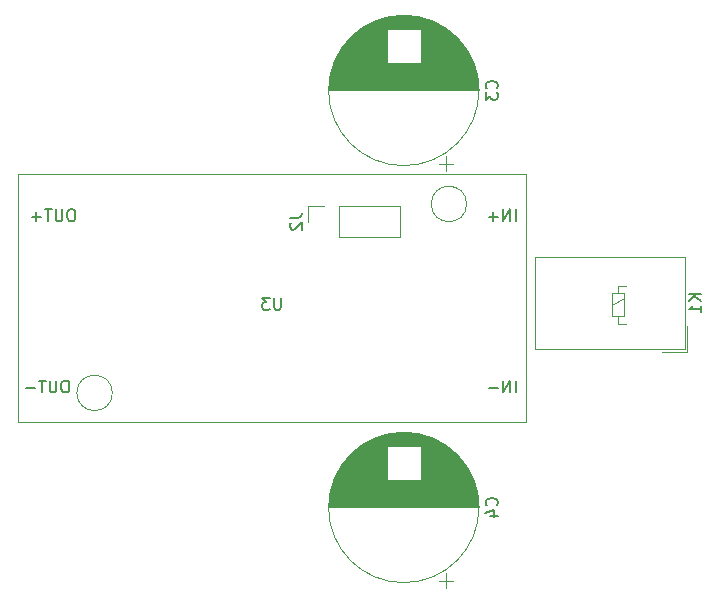
<source format=gbo>
G04 #@! TF.GenerationSoftware,KiCad,Pcbnew,(6.0.11)*
G04 #@! TF.CreationDate,2023-01-31T15:57:48+09:00*
G04 #@! TF.ProjectId,kick-drib-20230121,6b69636b-2d64-4726-9962-2d3230323330,V2.0*
G04 #@! TF.SameCoordinates,PX73bce80PY7ffbac0*
G04 #@! TF.FileFunction,Legend,Bot*
G04 #@! TF.FilePolarity,Positive*
%FSLAX46Y46*%
G04 Gerber Fmt 4.6, Leading zero omitted, Abs format (unit mm)*
G04 Created by KiCad (PCBNEW (6.0.11)) date 2023-01-31 15:57:48*
%MOMM*%
%LPD*%
G01*
G04 APERTURE LIST*
%ADD10C,0.150000*%
%ADD11C,0.120000*%
G04 APERTURE END LIST*
D10*
X52053142Y22204667D02*
X52100761Y22252286D01*
X52148380Y22395143D01*
X52148380Y22490381D01*
X52100761Y22633239D01*
X52005523Y22728477D01*
X51910285Y22776096D01*
X51719809Y22823715D01*
X51576952Y22823715D01*
X51386476Y22776096D01*
X51291238Y22728477D01*
X51196000Y22633239D01*
X51148380Y22490381D01*
X51148380Y22395143D01*
X51196000Y22252286D01*
X51243619Y22204667D01*
X51481714Y21347524D02*
X52148380Y21347524D01*
X51100761Y21585620D02*
X51815047Y21823715D01*
X51815047Y21204667D01*
X33781904Y39779820D02*
X33781904Y38970296D01*
X33734285Y38875058D01*
X33686666Y38827439D01*
X33591428Y38779820D01*
X33400952Y38779820D01*
X33305714Y38827439D01*
X33258095Y38875058D01*
X33210476Y38970296D01*
X33210476Y39779820D01*
X32829523Y39779820D02*
X32210476Y39779820D01*
X32543809Y39398867D01*
X32400952Y39398867D01*
X32305714Y39351248D01*
X32258095Y39303629D01*
X32210476Y39208391D01*
X32210476Y38970296D01*
X32258095Y38875058D01*
X32305714Y38827439D01*
X32400952Y38779820D01*
X32686666Y38779820D01*
X32781904Y38827439D01*
X32829523Y38875058D01*
X15639047Y32779820D02*
X15448571Y32779820D01*
X15353333Y32732200D01*
X15258095Y32636962D01*
X15210476Y32446486D01*
X15210476Y32113153D01*
X15258095Y31922677D01*
X15353333Y31827439D01*
X15448571Y31779820D01*
X15639047Y31779820D01*
X15734285Y31827439D01*
X15829523Y31922677D01*
X15877142Y32113153D01*
X15877142Y32446486D01*
X15829523Y32636962D01*
X15734285Y32732200D01*
X15639047Y32779820D01*
X14781904Y32779820D02*
X14781904Y31970296D01*
X14734285Y31875058D01*
X14686666Y31827439D01*
X14591428Y31779820D01*
X14400952Y31779820D01*
X14305714Y31827439D01*
X14258095Y31875058D01*
X14210476Y31970296D01*
X14210476Y32779820D01*
X13877142Y32779820D02*
X13305714Y32779820D01*
X13591428Y31779820D02*
X13591428Y32779820D01*
X12972380Y32160772D02*
X12210476Y32160772D01*
X53662857Y31779820D02*
X53662857Y32779820D01*
X53186666Y31779820D02*
X53186666Y32779820D01*
X52615238Y31779820D01*
X52615238Y32779820D01*
X52139047Y32160772D02*
X51377142Y32160772D01*
X53662857Y46279820D02*
X53662857Y47279820D01*
X53186666Y46279820D02*
X53186666Y47279820D01*
X52615238Y46279820D01*
X52615238Y47279820D01*
X52139047Y46660772D02*
X51377142Y46660772D01*
X51758095Y46279820D02*
X51758095Y47041724D01*
X16139047Y47279820D02*
X15948571Y47279820D01*
X15853333Y47232200D01*
X15758095Y47136962D01*
X15710476Y46946486D01*
X15710476Y46613153D01*
X15758095Y46422677D01*
X15853333Y46327439D01*
X15948571Y46279820D01*
X16139047Y46279820D01*
X16234285Y46327439D01*
X16329523Y46422677D01*
X16377142Y46613153D01*
X16377142Y46946486D01*
X16329523Y47136962D01*
X16234285Y47232200D01*
X16139047Y47279820D01*
X15281904Y47279820D02*
X15281904Y46470296D01*
X15234285Y46375058D01*
X15186666Y46327439D01*
X15091428Y46279820D01*
X14900952Y46279820D01*
X14805714Y46327439D01*
X14758095Y46375058D01*
X14710476Y46470296D01*
X14710476Y47279820D01*
X14377142Y47279820D02*
X13805714Y47279820D01*
X14091428Y46279820D02*
X14091428Y47279820D01*
X13472380Y46660772D02*
X12710476Y46660772D01*
X13091428Y46279820D02*
X13091428Y47041724D01*
X69331880Y40071096D02*
X68331880Y40071096D01*
X69331880Y39499667D02*
X68760452Y39928239D01*
X68331880Y39499667D02*
X68903309Y40071096D01*
X69331880Y38547286D02*
X69331880Y39118715D01*
X69331880Y38833000D02*
X68331880Y38833000D01*
X68474738Y38928239D01*
X68569976Y39023477D01*
X68617595Y39118715D01*
X52053142Y57510667D02*
X52100761Y57558286D01*
X52148380Y57701143D01*
X52148380Y57796381D01*
X52100761Y57939239D01*
X52005523Y58034477D01*
X51910285Y58082096D01*
X51719809Y58129715D01*
X51576952Y58129715D01*
X51386476Y58082096D01*
X51291238Y58034477D01*
X51196000Y57939239D01*
X51148380Y57796381D01*
X51148380Y57701143D01*
X51196000Y57558286D01*
X51243619Y57510667D01*
X51148380Y57177334D02*
X51148380Y56558286D01*
X51529333Y56891620D01*
X51529333Y56748762D01*
X51576952Y56653524D01*
X51624571Y56605905D01*
X51719809Y56558286D01*
X51957904Y56558286D01*
X52053142Y56605905D01*
X52100761Y56653524D01*
X52148380Y56748762D01*
X52148380Y57034477D01*
X52100761Y57129715D01*
X52053142Y57177334D01*
X34562380Y46565534D02*
X35276666Y46565534D01*
X35419523Y46613153D01*
X35514761Y46708391D01*
X35562380Y46851248D01*
X35562380Y46946486D01*
X34657619Y46136962D02*
X34610000Y46089343D01*
X34562380Y45994105D01*
X34562380Y45756010D01*
X34610000Y45660772D01*
X34657619Y45613153D01*
X34752857Y45565534D01*
X34848095Y45565534D01*
X34990952Y45613153D01*
X35562380Y46184581D01*
X35562380Y45565534D01*
D11*
X50163000Y24159000D02*
X38229000Y24159000D01*
X42756000Y26639000D02*
X39829000Y26639000D01*
X50441000Y23079000D02*
X37951000Y23079000D01*
X42756000Y26719000D02*
X39914000Y26719000D01*
X42756000Y26799000D02*
X40002000Y26799000D01*
X49818000Y24959000D02*
X45636000Y24959000D01*
X50041000Y24479000D02*
X45636000Y24479000D01*
X42756000Y24599000D02*
X38403000Y24599000D01*
X49935000Y24719000D02*
X45636000Y24719000D01*
X42756000Y24919000D02*
X38554000Y24919000D01*
X42756000Y26959000D02*
X40189000Y26959000D01*
X42756000Y25559000D02*
X38926000Y25559000D01*
X50434000Y23119000D02*
X37958000Y23119000D01*
X42756000Y24439000D02*
X38335000Y24439000D01*
X49776000Y25039000D02*
X45636000Y25039000D01*
X49797000Y24999000D02*
X45636000Y24999000D01*
X48724000Y26479000D02*
X45636000Y26479000D01*
X49664000Y25239000D02*
X45636000Y25239000D01*
X50454000Y22999000D02*
X37938000Y22999000D01*
X42756000Y26519000D02*
X39707000Y26519000D01*
X49439000Y25599000D02*
X45636000Y25599000D01*
X42756000Y24359000D02*
X38303000Y24359000D01*
X47265000Y27599000D02*
X41127000Y27599000D01*
X47771000Y15220918D02*
X47771000Y16470918D01*
X44953000Y28359000D02*
X43439000Y28359000D01*
X47117000Y27679000D02*
X41275000Y27679000D01*
X49838000Y24919000D02*
X45636000Y24919000D01*
X42756000Y26439000D02*
X39629000Y26439000D01*
X42756000Y24799000D02*
X38494000Y24799000D01*
X48103000Y27039000D02*
X45636000Y27039000D01*
X42756000Y27159000D02*
X40446000Y27159000D01*
X49518000Y25479000D02*
X45636000Y25479000D01*
X50427000Y23159000D02*
X37965000Y23159000D01*
X49298000Y25799000D02*
X45636000Y25799000D01*
X50177000Y24119000D02*
X38215000Y24119000D01*
X48153000Y26999000D02*
X45636000Y26999000D01*
X50476000Y22839000D02*
X37916000Y22839000D01*
X47040000Y27719000D02*
X41352000Y27719000D01*
X50523000Y22238000D02*
X37869000Y22238000D01*
X50255000Y23879000D02*
X38137000Y23879000D01*
X49048000Y26119000D02*
X45636000Y26119000D01*
X50460000Y22959000D02*
X37932000Y22959000D01*
X42756000Y25679000D02*
X39008000Y25679000D01*
X42756000Y25999000D02*
X39246000Y25999000D01*
X48801000Y26399000D02*
X45636000Y26399000D01*
X47836000Y27239000D02*
X40556000Y27239000D01*
X42756000Y24759000D02*
X38475000Y24759000D01*
X50290000Y23759000D02*
X38102000Y23759000D01*
X50481000Y22799000D02*
X37911000Y22799000D01*
X48203000Y26959000D02*
X45636000Y26959000D01*
X42756000Y24999000D02*
X38595000Y24999000D01*
X46296000Y28039000D02*
X42096000Y28039000D01*
X50024000Y24519000D02*
X45636000Y24519000D01*
X49568000Y25399000D02*
X45636000Y25399000D01*
X49710000Y25159000D02*
X45636000Y25159000D01*
X49989000Y24599000D02*
X45636000Y24599000D01*
X49327000Y25759000D02*
X45636000Y25759000D01*
X49356000Y25719000D02*
X45636000Y25719000D01*
X42756000Y24719000D02*
X38457000Y24719000D01*
X49114000Y26039000D02*
X45636000Y26039000D01*
X49384000Y25679000D02*
X45636000Y25679000D01*
X49641000Y25279000D02*
X45636000Y25279000D01*
X42756000Y26559000D02*
X39747000Y26559000D01*
X45924000Y28159000D02*
X42468000Y28159000D01*
X45779000Y28199000D02*
X42613000Y28199000D01*
X42756000Y25199000D02*
X38705000Y25199000D01*
X49081000Y26079000D02*
X45636000Y26079000D01*
X46877000Y27799000D02*
X41515000Y27799000D01*
X48910000Y26279000D02*
X45636000Y26279000D01*
X50388000Y23359000D02*
X38004000Y23359000D01*
X49858000Y24879000D02*
X45636000Y24879000D01*
X50230000Y23959000D02*
X38162000Y23959000D01*
X42756000Y27119000D02*
X40392000Y27119000D01*
X42756000Y26479000D02*
X39668000Y26479000D01*
X42756000Y25359000D02*
X38799000Y25359000D01*
X50312000Y23679000D02*
X38080000Y23679000D01*
X50135000Y24239000D02*
X38257000Y24239000D01*
X42756000Y25639000D02*
X38980000Y25639000D01*
X50516000Y22398000D02*
X37876000Y22398000D01*
X42756000Y24679000D02*
X38438000Y24679000D01*
X47720000Y27319000D02*
X40672000Y27319000D01*
X47660000Y27359000D02*
X40732000Y27359000D01*
X42756000Y25519000D02*
X38900000Y25519000D01*
X50502000Y22598000D02*
X37890000Y22598000D01*
X50362000Y23479000D02*
X38030000Y23479000D01*
X49466000Y25559000D02*
X45636000Y25559000D01*
X49898000Y24799000D02*
X45636000Y24799000D01*
X42756000Y24839000D02*
X38514000Y24839000D01*
X47946000Y27159000D02*
X45636000Y27159000D01*
X46180000Y28079000D02*
X42212000Y28079000D01*
X50352000Y23519000D02*
X38040000Y23519000D01*
X48344000Y26839000D02*
X45636000Y26839000D01*
X48874000Y26319000D02*
X45636000Y26319000D01*
X46405000Y27999000D02*
X41987000Y27999000D01*
X42756000Y26919000D02*
X40141000Y26919000D01*
X50524000Y22198000D02*
X37868000Y22198000D01*
X48390000Y26799000D02*
X45636000Y26799000D01*
X49754000Y25079000D02*
X45636000Y25079000D01*
X42756000Y25479000D02*
X38874000Y25479000D01*
X47892000Y27199000D02*
X45636000Y27199000D01*
X50104000Y24319000D02*
X38288000Y24319000D01*
X48396000Y15845918D02*
X47146000Y15845918D01*
X42756000Y24959000D02*
X38574000Y24959000D01*
X42756000Y25719000D02*
X39036000Y25719000D01*
X50420000Y23199000D02*
X37972000Y23199000D01*
X42756000Y26239000D02*
X39446000Y26239000D01*
X50191000Y24079000D02*
X38201000Y24079000D01*
X49917000Y24759000D02*
X45636000Y24759000D01*
X50508000Y22518000D02*
X37884000Y22518000D01*
X50486000Y22759000D02*
X37906000Y22759000D01*
X46057000Y28119000D02*
X42335000Y28119000D01*
X50498000Y22638000D02*
X37894000Y22638000D01*
X50412000Y23239000D02*
X37980000Y23239000D01*
X42756000Y25879000D02*
X39153000Y25879000D01*
X50149000Y24199000D02*
X38243000Y24199000D01*
X46700000Y27879000D02*
X41692000Y27879000D01*
X49269000Y25839000D02*
X45636000Y25839000D01*
X50526000Y22078000D02*
X37866000Y22078000D01*
X42756000Y27039000D02*
X40289000Y27039000D01*
X42756000Y25279000D02*
X38751000Y25279000D01*
X49412000Y25639000D02*
X45636000Y25639000D01*
X42756000Y25599000D02*
X38953000Y25599000D01*
X50505000Y22558000D02*
X37887000Y22558000D01*
X49208000Y25919000D02*
X45636000Y25919000D01*
X49617000Y25319000D02*
X45636000Y25319000D01*
X50267000Y23839000D02*
X38125000Y23839000D01*
X42756000Y26679000D02*
X39871000Y26679000D01*
X50380000Y23399000D02*
X38012000Y23399000D01*
X50342000Y23559000D02*
X38050000Y23559000D01*
X48298000Y26879000D02*
X45636000Y26879000D01*
X42756000Y26319000D02*
X39518000Y26319000D01*
X47535000Y27439000D02*
X40857000Y27439000D01*
X42756000Y26079000D02*
X39311000Y26079000D01*
X45618000Y28239000D02*
X42774000Y28239000D01*
X42756000Y25039000D02*
X38616000Y25039000D01*
X42756000Y25319000D02*
X38775000Y25319000D01*
X47598000Y27399000D02*
X40794000Y27399000D01*
X42756000Y26119000D02*
X39344000Y26119000D01*
X50448000Y23039000D02*
X37944000Y23039000D01*
X48521000Y26679000D02*
X45636000Y26679000D01*
X48838000Y26359000D02*
X45636000Y26359000D01*
X47192000Y27639000D02*
X41200000Y27639000D01*
X49687000Y25199000D02*
X45636000Y25199000D01*
X47471000Y27479000D02*
X40921000Y27479000D01*
X49146000Y25999000D02*
X45636000Y25999000D01*
X50514000Y22438000D02*
X37878000Y22438000D01*
X46508000Y27959000D02*
X41884000Y27959000D01*
X47404000Y27519000D02*
X40988000Y27519000D01*
X49492000Y25519000D02*
X45636000Y25519000D01*
X42756000Y25119000D02*
X38660000Y25119000D01*
X50243000Y23919000D02*
X38149000Y23919000D01*
X50007000Y24559000D02*
X45636000Y24559000D01*
X48478000Y26719000D02*
X45636000Y26719000D01*
X49015000Y26159000D02*
X45636000Y26159000D01*
X50204000Y24039000D02*
X38188000Y24039000D01*
X50511000Y22478000D02*
X37881000Y22478000D01*
X42756000Y25399000D02*
X38824000Y25399000D01*
X50120000Y24279000D02*
X38272000Y24279000D01*
X42756000Y26199000D02*
X39411000Y26199000D01*
X42756000Y26039000D02*
X39278000Y26039000D01*
X42756000Y26359000D02*
X39554000Y26359000D01*
X42756000Y25759000D02*
X39065000Y25759000D01*
X42756000Y26399000D02*
X39591000Y26399000D01*
X42756000Y25159000D02*
X38682000Y25159000D01*
X50371000Y23439000D02*
X38021000Y23439000D01*
X50279000Y23799000D02*
X38113000Y23799000D01*
X50520000Y22318000D02*
X37872000Y22318000D01*
X42756000Y25839000D02*
X39123000Y25839000D01*
X49593000Y25359000D02*
X45636000Y25359000D01*
X48563000Y26639000D02*
X45636000Y26639000D01*
X50522000Y22278000D02*
X37870000Y22278000D01*
X42756000Y24559000D02*
X38385000Y24559000D01*
X42756000Y25439000D02*
X38849000Y25439000D01*
X50518000Y22358000D02*
X37874000Y22358000D01*
X42756000Y26999000D02*
X40239000Y26999000D01*
X42756000Y26159000D02*
X39377000Y26159000D01*
X45224000Y28319000D02*
X43168000Y28319000D01*
X48434000Y26759000D02*
X45636000Y26759000D01*
X42756000Y26839000D02*
X40048000Y26839000D01*
X47779000Y27279000D02*
X40613000Y27279000D01*
X42756000Y26279000D02*
X39482000Y26279000D01*
X47336000Y27559000D02*
X41056000Y27559000D01*
X50301000Y23719000D02*
X38091000Y23719000D01*
X42756000Y25079000D02*
X38638000Y25079000D01*
X46960000Y27759000D02*
X41432000Y27759000D01*
X42756000Y24639000D02*
X38420000Y24639000D01*
X48946000Y26239000D02*
X45636000Y26239000D01*
X49178000Y25959000D02*
X45636000Y25959000D01*
X42756000Y26599000D02*
X39788000Y26599000D01*
X42756000Y24479000D02*
X38351000Y24479000D01*
X50471000Y22879000D02*
X37921000Y22879000D01*
X50073000Y24399000D02*
X45636000Y24399000D01*
X50333000Y23599000D02*
X38059000Y23599000D01*
X48052000Y27079000D02*
X45636000Y27079000D01*
X48000000Y27119000D02*
X45636000Y27119000D01*
X42756000Y26879000D02*
X40094000Y26879000D01*
X49543000Y25439000D02*
X45636000Y25439000D01*
X48685000Y26519000D02*
X45636000Y26519000D01*
X49954000Y24679000D02*
X45636000Y24679000D01*
X50494000Y22678000D02*
X37898000Y22678000D01*
X42756000Y25239000D02*
X38728000Y25239000D01*
X46606000Y27919000D02*
X41786000Y27919000D01*
X50525000Y22158000D02*
X37867000Y22158000D01*
X50526000Y22038000D02*
X37866000Y22038000D01*
X48645000Y26559000D02*
X45636000Y26559000D01*
X42756000Y24399000D02*
X38319000Y24399000D01*
X50465000Y22919000D02*
X37927000Y22919000D01*
X50217000Y23999000D02*
X38175000Y23999000D01*
X48251000Y26919000D02*
X45636000Y26919000D01*
X42756000Y24519000D02*
X38368000Y24519000D01*
X42756000Y25959000D02*
X39214000Y25959000D01*
X50089000Y24359000D02*
X45636000Y24359000D01*
X45437000Y28279000D02*
X42955000Y28279000D01*
X42756000Y25799000D02*
X39094000Y25799000D01*
X42756000Y24879000D02*
X38534000Y24879000D01*
X48763000Y26439000D02*
X45636000Y26439000D01*
X48981000Y26199000D02*
X45636000Y26199000D01*
X42756000Y25919000D02*
X39184000Y25919000D01*
X49239000Y25879000D02*
X45636000Y25879000D01*
X50490000Y22718000D02*
X37902000Y22718000D01*
X49732000Y25119000D02*
X45636000Y25119000D01*
X50397000Y23319000D02*
X37995000Y23319000D01*
X49972000Y24639000D02*
X45636000Y24639000D01*
X50057000Y24439000D02*
X45636000Y24439000D01*
X42756000Y27199000D02*
X40500000Y27199000D01*
X46790000Y27839000D02*
X41602000Y27839000D01*
X50526000Y22118000D02*
X37866000Y22118000D01*
X42756000Y26759000D02*
X39958000Y26759000D01*
X48604000Y26599000D02*
X45636000Y26599000D01*
X42756000Y27079000D02*
X40340000Y27079000D01*
X49878000Y24839000D02*
X45636000Y24839000D01*
X44513000Y28399000D02*
X43879000Y28399000D01*
X50322000Y23639000D02*
X38070000Y23639000D01*
X50405000Y23279000D02*
X37987000Y23279000D01*
X50566000Y22038000D02*
G75*
G03*
X50566000Y22038000I-6370000J0D01*
G01*
X54520000Y29232200D02*
X54520000Y50232200D01*
X54520000Y50232200D02*
X11520000Y50232200D01*
X11520000Y29232200D02*
X54520000Y29232200D01*
X11520000Y50232200D02*
X11520000Y29232200D01*
X49520000Y47732200D02*
G75*
G03*
X49520000Y47732200I-1500000J0D01*
G01*
X19520000Y31732200D02*
G75*
G03*
X19520000Y31732200I-1500000J0D01*
G01*
X62869500Y40160000D02*
X62869500Y38255000D01*
X68179500Y35233000D02*
X68179500Y37433000D01*
X67979500Y43233000D02*
X55279500Y43233000D01*
X62361500Y37595000D02*
X62361500Y38255000D01*
X66079500Y35233000D02*
X68179500Y35233000D01*
X55279500Y35433000D02*
X67979500Y35433000D01*
X55279500Y43233000D02*
X55279500Y35433000D01*
X62869500Y40160000D02*
X61853500Y40160000D01*
X61853500Y38255000D02*
X61853500Y40160000D01*
X62869500Y38255000D02*
X61853500Y38255000D01*
X62361500Y40795000D02*
X62361500Y40160000D01*
X62996500Y37595000D02*
X62361500Y37595000D01*
X62996500Y40795000D02*
X62361500Y40795000D01*
X67979500Y35433000D02*
X67979500Y43233000D01*
X62869500Y39779000D02*
X61853500Y39144000D01*
X50191000Y59385000D02*
X38201000Y59385000D01*
X42756000Y59665000D02*
X38303000Y59665000D01*
X49015000Y61465000D02*
X45636000Y61465000D01*
X49146000Y61305000D02*
X45636000Y61305000D01*
X50024000Y59825000D02*
X45636000Y59825000D01*
X42756000Y59985000D02*
X38438000Y59985000D01*
X50508000Y57824000D02*
X37884000Y57824000D01*
X42756000Y61145000D02*
X39123000Y61145000D01*
X46790000Y63145000D02*
X41602000Y63145000D01*
X50301000Y59025000D02*
X38091000Y59025000D01*
X50230000Y59265000D02*
X38162000Y59265000D01*
X42756000Y61065000D02*
X39065000Y61065000D01*
X46700000Y63185000D02*
X41692000Y63185000D01*
X50412000Y58545000D02*
X37980000Y58545000D01*
X49641000Y60585000D02*
X45636000Y60585000D01*
X50516000Y57704000D02*
X37876000Y57704000D01*
X50322000Y58945000D02*
X38070000Y58945000D01*
X49710000Y60465000D02*
X45636000Y60465000D01*
X45224000Y63625000D02*
X43168000Y63625000D01*
X49114000Y61345000D02*
X45636000Y61345000D01*
X48838000Y61665000D02*
X45636000Y61665000D01*
X46405000Y63305000D02*
X41987000Y63305000D01*
X42756000Y62425000D02*
X40392000Y62425000D01*
X50434000Y58425000D02*
X37958000Y58425000D01*
X42756000Y61545000D02*
X39446000Y61545000D01*
X48874000Y61625000D02*
X45636000Y61625000D01*
X44953000Y63665000D02*
X43439000Y63665000D01*
X49917000Y60065000D02*
X45636000Y60065000D01*
X50522000Y57584000D02*
X37870000Y57584000D01*
X49687000Y60505000D02*
X45636000Y60505000D01*
X50007000Y59865000D02*
X45636000Y59865000D01*
X49269000Y61145000D02*
X45636000Y61145000D01*
X49298000Y61105000D02*
X45636000Y61105000D01*
X49593000Y60665000D02*
X45636000Y60665000D01*
X48910000Y61585000D02*
X45636000Y61585000D01*
X42756000Y62105000D02*
X40002000Y62105000D01*
X50120000Y59585000D02*
X38272000Y59585000D01*
X42756000Y62065000D02*
X39958000Y62065000D01*
X50518000Y57664000D02*
X37874000Y57664000D01*
X50481000Y58105000D02*
X37911000Y58105000D01*
X42756000Y59945000D02*
X38420000Y59945000D01*
X50397000Y58625000D02*
X37995000Y58625000D01*
X45618000Y63545000D02*
X42774000Y63545000D01*
X50217000Y59305000D02*
X38175000Y59305000D01*
X48203000Y62265000D02*
X45636000Y62265000D01*
X50388000Y58665000D02*
X38004000Y58665000D01*
X49617000Y60625000D02*
X45636000Y60625000D01*
X46296000Y63345000D02*
X42096000Y63345000D01*
X42756000Y60225000D02*
X38554000Y60225000D01*
X42756000Y61265000D02*
X39214000Y61265000D01*
X42756000Y61105000D02*
X39094000Y61105000D01*
X49989000Y59905000D02*
X45636000Y59905000D01*
X47336000Y62865000D02*
X41056000Y62865000D01*
X46180000Y63385000D02*
X42212000Y63385000D01*
X50362000Y58785000D02*
X38030000Y58785000D01*
X48251000Y62225000D02*
X45636000Y62225000D01*
X50525000Y57464000D02*
X37867000Y57464000D01*
X42756000Y60905000D02*
X38953000Y60905000D01*
X50471000Y58185000D02*
X37921000Y58185000D01*
X42756000Y60345000D02*
X38616000Y60345000D01*
X48344000Y62145000D02*
X45636000Y62145000D01*
X50526000Y57424000D02*
X37866000Y57424000D01*
X42756000Y61505000D02*
X39411000Y61505000D01*
X50135000Y59545000D02*
X38257000Y59545000D01*
X50267000Y59145000D02*
X38125000Y59145000D01*
X50460000Y58265000D02*
X37932000Y58265000D01*
X42756000Y62185000D02*
X40094000Y62185000D01*
X49664000Y60545000D02*
X45636000Y60545000D01*
X49878000Y60145000D02*
X45636000Y60145000D01*
X50420000Y58505000D02*
X37972000Y58505000D01*
X42756000Y62265000D02*
X40189000Y62265000D01*
X48052000Y62385000D02*
X45636000Y62385000D01*
X50041000Y59785000D02*
X45636000Y59785000D01*
X50352000Y58825000D02*
X38040000Y58825000D01*
X47404000Y62825000D02*
X40988000Y62825000D01*
X42756000Y61745000D02*
X39629000Y61745000D01*
X50514000Y57744000D02*
X37878000Y57744000D01*
X42756000Y60785000D02*
X38874000Y60785000D01*
X49732000Y60425000D02*
X45636000Y60425000D01*
X50342000Y58865000D02*
X38050000Y58865000D01*
X50204000Y59345000D02*
X38188000Y59345000D01*
X48604000Y61905000D02*
X45636000Y61905000D01*
X42756000Y62465000D02*
X40446000Y62465000D01*
X42756000Y60545000D02*
X38728000Y60545000D01*
X50243000Y59225000D02*
X38149000Y59225000D01*
X48521000Y61985000D02*
X45636000Y61985000D01*
X50073000Y59705000D02*
X45636000Y59705000D01*
X49838000Y60225000D02*
X45636000Y60225000D01*
X42756000Y59825000D02*
X38368000Y59825000D01*
X42756000Y60145000D02*
X38514000Y60145000D01*
X42756000Y60305000D02*
X38595000Y60305000D01*
X49776000Y60345000D02*
X45636000Y60345000D01*
X42756000Y61625000D02*
X39518000Y61625000D01*
X42756000Y61985000D02*
X39871000Y61985000D01*
X50505000Y57864000D02*
X37887000Y57864000D01*
X42756000Y60265000D02*
X38574000Y60265000D01*
X48981000Y61505000D02*
X45636000Y61505000D01*
X50290000Y59065000D02*
X38102000Y59065000D01*
X42756000Y61185000D02*
X39153000Y61185000D01*
X50312000Y58985000D02*
X38080000Y58985000D01*
X42756000Y60705000D02*
X38824000Y60705000D01*
X49818000Y60265000D02*
X45636000Y60265000D01*
X42756000Y59745000D02*
X38335000Y59745000D01*
X42756000Y60025000D02*
X38457000Y60025000D01*
X49239000Y61185000D02*
X45636000Y61185000D01*
X47535000Y62745000D02*
X40857000Y62745000D01*
X50498000Y57944000D02*
X37894000Y57944000D01*
X49954000Y59985000D02*
X45636000Y59985000D01*
X42756000Y61345000D02*
X39278000Y61345000D01*
X48153000Y62305000D02*
X45636000Y62305000D01*
X49384000Y60985000D02*
X45636000Y60985000D01*
X42756000Y61905000D02*
X39788000Y61905000D01*
X42756000Y60625000D02*
X38775000Y60625000D01*
X42756000Y60065000D02*
X38475000Y60065000D01*
X50405000Y58585000D02*
X37987000Y58585000D01*
X42756000Y60945000D02*
X38980000Y60945000D01*
X47946000Y62465000D02*
X45636000Y62465000D01*
X49492000Y60825000D02*
X45636000Y60825000D01*
X42756000Y60825000D02*
X38900000Y60825000D01*
X48645000Y61865000D02*
X45636000Y61865000D01*
X42756000Y61585000D02*
X39482000Y61585000D01*
X42756000Y60185000D02*
X38534000Y60185000D01*
X42756000Y60745000D02*
X38849000Y60745000D01*
X50454000Y58305000D02*
X37938000Y58305000D01*
X42756000Y61865000D02*
X39747000Y61865000D01*
X48298000Y62185000D02*
X45636000Y62185000D01*
X49439000Y60905000D02*
X45636000Y60905000D01*
X50371000Y58745000D02*
X38021000Y58745000D01*
X50486000Y58065000D02*
X37906000Y58065000D01*
X48563000Y61945000D02*
X45636000Y61945000D01*
X47720000Y62625000D02*
X40672000Y62625000D01*
X49797000Y60305000D02*
X45636000Y60305000D01*
X50526000Y57344000D02*
X37866000Y57344000D01*
X48763000Y61745000D02*
X45636000Y61745000D01*
X42756000Y61025000D02*
X39036000Y61025000D01*
X49972000Y59945000D02*
X45636000Y59945000D01*
X49178000Y61265000D02*
X45636000Y61265000D01*
X50380000Y58705000D02*
X38012000Y58705000D01*
X49466000Y60865000D02*
X45636000Y60865000D01*
X50520000Y57624000D02*
X37872000Y57624000D01*
X50427000Y58465000D02*
X37965000Y58465000D01*
X48000000Y62425000D02*
X45636000Y62425000D01*
X47892000Y62505000D02*
X45636000Y62505000D01*
X50163000Y59465000D02*
X38229000Y59465000D01*
X49327000Y61065000D02*
X45636000Y61065000D01*
X42756000Y59785000D02*
X38351000Y59785000D01*
X42756000Y60665000D02*
X38799000Y60665000D01*
X44513000Y63705000D02*
X43879000Y63705000D01*
X50333000Y58905000D02*
X38059000Y58905000D01*
X47040000Y63025000D02*
X41352000Y63025000D01*
X47117000Y62985000D02*
X41275000Y62985000D01*
X49754000Y60385000D02*
X45636000Y60385000D01*
X42756000Y62345000D02*
X40289000Y62345000D01*
X50524000Y57504000D02*
X37868000Y57504000D01*
X47771000Y50526918D02*
X47771000Y51776918D01*
X47192000Y62945000D02*
X41200000Y62945000D01*
X42756000Y59865000D02*
X38385000Y59865000D01*
X50502000Y57904000D02*
X37890000Y57904000D01*
X42756000Y61665000D02*
X39554000Y61665000D01*
X42756000Y62505000D02*
X40500000Y62505000D01*
X48103000Y62345000D02*
X45636000Y62345000D01*
X49568000Y60705000D02*
X45636000Y60705000D01*
X49518000Y60785000D02*
X45636000Y60785000D01*
X42756000Y61465000D02*
X39377000Y61465000D01*
X50149000Y59505000D02*
X38243000Y59505000D01*
X49412000Y60945000D02*
X45636000Y60945000D01*
X42756000Y61945000D02*
X39829000Y61945000D01*
X47598000Y62705000D02*
X40794000Y62705000D01*
X50441000Y58385000D02*
X37951000Y58385000D01*
X42756000Y59705000D02*
X38319000Y59705000D01*
X48396000Y51151918D02*
X47146000Y51151918D01*
X42756000Y61305000D02*
X39246000Y61305000D01*
X42756000Y62025000D02*
X39914000Y62025000D01*
X49543000Y60745000D02*
X45636000Y60745000D01*
X50448000Y58345000D02*
X37944000Y58345000D01*
X42756000Y62305000D02*
X40239000Y62305000D01*
X45924000Y63465000D02*
X42468000Y63465000D01*
X50490000Y58024000D02*
X37902000Y58024000D01*
X42756000Y60865000D02*
X38926000Y60865000D01*
X46508000Y63265000D02*
X41884000Y63265000D01*
X50523000Y57544000D02*
X37869000Y57544000D01*
X50494000Y57984000D02*
X37898000Y57984000D01*
X50476000Y58145000D02*
X37916000Y58145000D01*
X42756000Y62225000D02*
X40141000Y62225000D01*
X46606000Y63225000D02*
X41786000Y63225000D01*
X47779000Y62585000D02*
X40613000Y62585000D01*
X49935000Y60025000D02*
X45636000Y60025000D01*
X42756000Y61785000D02*
X39668000Y61785000D01*
X50511000Y57784000D02*
X37881000Y57784000D01*
X49048000Y61425000D02*
X45636000Y61425000D01*
X48478000Y62025000D02*
X45636000Y62025000D01*
X47836000Y62545000D02*
X40556000Y62545000D01*
X50089000Y59665000D02*
X45636000Y59665000D01*
X42756000Y61425000D02*
X39344000Y61425000D01*
X50177000Y59425000D02*
X38215000Y59425000D01*
X42756000Y61705000D02*
X39591000Y61705000D01*
X49898000Y60105000D02*
X45636000Y60105000D01*
X46960000Y63065000D02*
X41432000Y63065000D01*
X46877000Y63105000D02*
X41515000Y63105000D01*
X49208000Y61225000D02*
X45636000Y61225000D01*
X42756000Y62385000D02*
X40340000Y62385000D01*
X50255000Y59185000D02*
X38137000Y59185000D01*
X42756000Y60465000D02*
X38682000Y60465000D01*
X47660000Y62665000D02*
X40732000Y62665000D01*
X49356000Y61025000D02*
X45636000Y61025000D01*
X42756000Y60105000D02*
X38494000Y60105000D01*
X49858000Y60185000D02*
X45636000Y60185000D01*
X48724000Y61785000D02*
X45636000Y61785000D01*
X45437000Y63585000D02*
X42955000Y63585000D01*
X48390000Y62105000D02*
X45636000Y62105000D01*
X42756000Y60385000D02*
X38638000Y60385000D01*
X42756000Y60425000D02*
X38660000Y60425000D01*
X47471000Y62785000D02*
X40921000Y62785000D01*
X42756000Y61825000D02*
X39707000Y61825000D01*
X48946000Y61545000D02*
X45636000Y61545000D01*
X46057000Y63425000D02*
X42335000Y63425000D01*
X48685000Y61825000D02*
X45636000Y61825000D01*
X42756000Y60505000D02*
X38705000Y60505000D01*
X42756000Y61385000D02*
X39311000Y61385000D01*
X47265000Y62905000D02*
X41127000Y62905000D01*
X42756000Y59905000D02*
X38403000Y59905000D01*
X42756000Y62145000D02*
X40048000Y62145000D01*
X50465000Y58225000D02*
X37927000Y58225000D01*
X48801000Y61705000D02*
X45636000Y61705000D01*
X50104000Y59625000D02*
X38288000Y59625000D01*
X42756000Y60585000D02*
X38751000Y60585000D01*
X50057000Y59745000D02*
X45636000Y59745000D01*
X45779000Y63505000D02*
X42613000Y63505000D01*
X50279000Y59105000D02*
X38113000Y59105000D01*
X42756000Y60985000D02*
X39008000Y60985000D01*
X42756000Y61225000D02*
X39184000Y61225000D01*
X49081000Y61385000D02*
X45636000Y61385000D01*
X50526000Y57384000D02*
X37866000Y57384000D01*
X48434000Y62065000D02*
X45636000Y62065000D01*
X50566000Y57344000D02*
G75*
G03*
X50566000Y57344000I-6370000J0D01*
G01*
X43850000Y47562200D02*
X43850000Y44902200D01*
X38710000Y44902200D02*
X43850000Y44902200D01*
X37440000Y47562200D02*
X36110000Y47562200D01*
X38710000Y47562200D02*
X43850000Y47562200D01*
X36110000Y47562200D02*
X36110000Y46232200D01*
X38710000Y47562200D02*
X38710000Y44902200D01*
M02*

</source>
